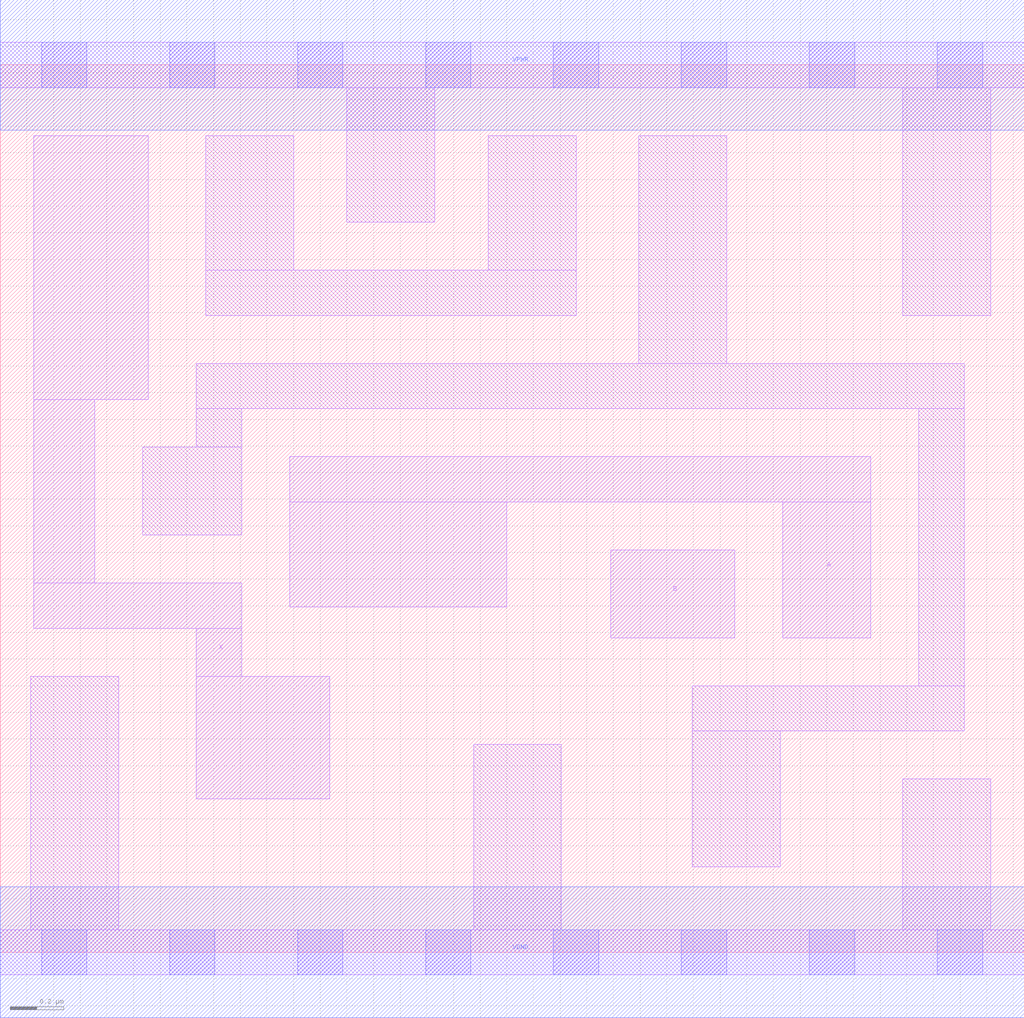
<source format=lef>
# Copyright 2020 The SkyWater PDK Authors
#
# Licensed under the Apache License, Version 2.0 (the "License");
# you may not use this file except in compliance with the License.
# You may obtain a copy of the License at
#
#     https://www.apache.org/licenses/LICENSE-2.0
#
# Unless required by applicable law or agreed to in writing, software
# distributed under the License is distributed on an "AS IS" BASIS,
# WITHOUT WARRANTIES OR CONDITIONS OF ANY KIND, either express or implied.
# See the License for the specific language governing permissions and
# limitations under the License.
#
# SPDX-License-Identifier: Apache-2.0

VERSION 5.7 ;
  NAMESCASESENSITIVE ON ;
  NOWIREEXTENSIONATPIN ON ;
  DIVIDERCHAR "/" ;
  BUSBITCHARS "[]" ;
UNITS
  DATABASE MICRONS 200 ;
END UNITS
MACRO sky130_fd_sc_lp__xor2_lp
  CLASS CORE ;
  SOURCE USER ;
  FOREIGN sky130_fd_sc_lp__xor2_lp ;
  ORIGIN  0.000000  0.000000 ;
  SIZE  3.840000 BY  3.330000 ;
  SYMMETRY X Y R90 ;
  SITE unit ;
  PIN A
    ANTENNAGATEAREA  0.689000 ;
    DIRECTION INPUT ;
    USE SIGNAL ;
    PORT
      LAYER li1 ;
        RECT 1.085000 1.295000 1.900000 1.690000 ;
        RECT 1.085000 1.690000 3.265000 1.860000 ;
        RECT 2.935000 1.180000 3.265000 1.690000 ;
    END
  END A
  PIN B
    ANTENNAGATEAREA  0.689000 ;
    DIRECTION INPUT ;
    USE SIGNAL ;
    PORT
      LAYER li1 ;
        RECT 2.290000 1.180000 2.755000 1.510000 ;
    END
  END B
  PIN X
    ANTENNADIFFAREA  0.417600 ;
    DIRECTION OUTPUT ;
    USE SIGNAL ;
    PORT
      LAYER li1 ;
        RECT 0.125000 1.215000 0.905000 1.385000 ;
        RECT 0.125000 1.385000 0.355000 2.075000 ;
        RECT 0.125000 2.075000 0.555000 3.065000 ;
        RECT 0.735000 0.575000 1.235000 1.035000 ;
        RECT 0.735000 1.035000 0.905000 1.215000 ;
    END
  END X
  PIN VGND
    DIRECTION INOUT ;
    USE GROUND ;
    PORT
      LAYER met1 ;
        RECT 0.000000 -0.245000 3.840000 0.245000 ;
    END
  END VGND
  PIN VPWR
    DIRECTION INOUT ;
    USE POWER ;
    PORT
      LAYER met1 ;
        RECT 0.000000 3.085000 3.840000 3.575000 ;
    END
  END VPWR
  OBS
    LAYER li1 ;
      RECT 0.000000 -0.085000 3.840000 0.085000 ;
      RECT 0.000000  3.245000 3.840000 3.415000 ;
      RECT 0.115000  0.085000 0.445000 1.035000 ;
      RECT 0.535000  1.565000 0.905000 1.895000 ;
      RECT 0.735000  1.895000 0.905000 2.040000 ;
      RECT 0.735000  2.040000 3.615000 2.210000 ;
      RECT 0.770000  2.390000 2.160000 2.560000 ;
      RECT 0.770000  2.560000 1.100000 3.065000 ;
      RECT 1.300000  2.740000 1.630000 3.245000 ;
      RECT 1.775000  0.085000 2.105000 0.780000 ;
      RECT 1.830000  2.560000 2.160000 3.065000 ;
      RECT 2.395000  2.210000 2.725000 3.065000 ;
      RECT 2.595000  0.320000 2.925000 0.830000 ;
      RECT 2.595000  0.830000 3.615000 1.000000 ;
      RECT 3.385000  0.085000 3.715000 0.650000 ;
      RECT 3.385000  2.390000 3.715000 3.245000 ;
      RECT 3.445000  1.000000 3.615000 2.040000 ;
    LAYER mcon ;
      RECT 0.155000 -0.085000 0.325000 0.085000 ;
      RECT 0.155000  3.245000 0.325000 3.415000 ;
      RECT 0.635000 -0.085000 0.805000 0.085000 ;
      RECT 0.635000  3.245000 0.805000 3.415000 ;
      RECT 1.115000 -0.085000 1.285000 0.085000 ;
      RECT 1.115000  3.245000 1.285000 3.415000 ;
      RECT 1.595000 -0.085000 1.765000 0.085000 ;
      RECT 1.595000  3.245000 1.765000 3.415000 ;
      RECT 2.075000 -0.085000 2.245000 0.085000 ;
      RECT 2.075000  3.245000 2.245000 3.415000 ;
      RECT 2.555000 -0.085000 2.725000 0.085000 ;
      RECT 2.555000  3.245000 2.725000 3.415000 ;
      RECT 3.035000 -0.085000 3.205000 0.085000 ;
      RECT 3.035000  3.245000 3.205000 3.415000 ;
      RECT 3.515000 -0.085000 3.685000 0.085000 ;
      RECT 3.515000  3.245000 3.685000 3.415000 ;
  END
END sky130_fd_sc_lp__xor2_lp

</source>
